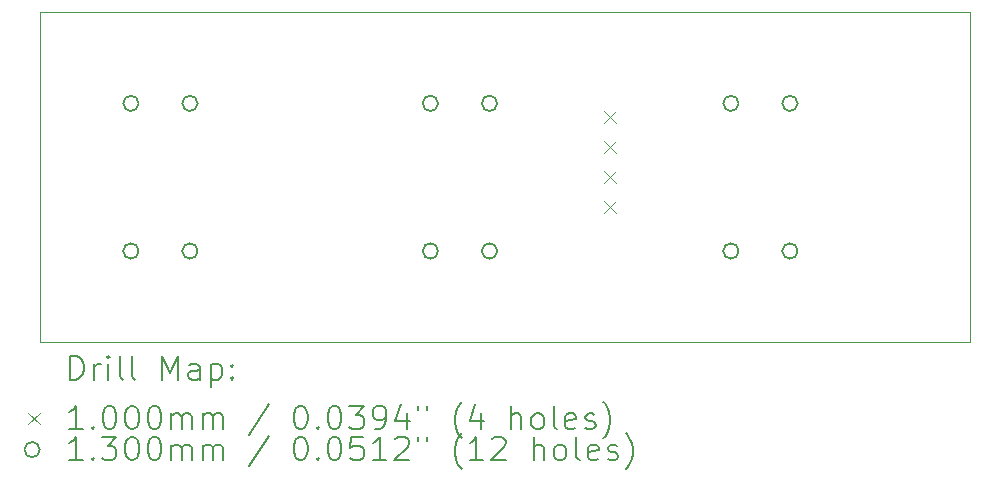
<source format=gbr>
%FSLAX45Y45*%
G04 Gerber Fmt 4.5, Leading zero omitted, Abs format (unit mm)*
G04 Created by KiCad (PCBNEW (6.0.2)) date 2022-03-25 16:37:05*
%MOMM*%
%LPD*%
G01*
G04 APERTURE LIST*
%TA.AperFunction,Profile*%
%ADD10C,0.100000*%
%TD*%
%ADD11C,0.200000*%
%ADD12C,0.100000*%
%ADD13C,0.130000*%
G04 APERTURE END LIST*
D10*
X11938000Y-6604000D02*
X19812000Y-6604000D01*
X19812000Y-6604000D02*
X19812000Y-9398000D01*
X19812000Y-9398000D02*
X11938000Y-9398000D01*
X11938000Y-9398000D02*
X11938000Y-6604000D01*
D11*
D12*
X16714000Y-7443000D02*
X16814000Y-7543000D01*
X16814000Y-7443000D02*
X16714000Y-7543000D01*
X16714000Y-7697000D02*
X16814000Y-7797000D01*
X16814000Y-7697000D02*
X16714000Y-7797000D01*
X16714000Y-7951000D02*
X16814000Y-8051000D01*
X16814000Y-7951000D02*
X16714000Y-8051000D01*
X16714000Y-8205000D02*
X16814000Y-8305000D01*
X16814000Y-8205000D02*
X16714000Y-8305000D01*
D13*
X12769000Y-7375000D02*
G75*
G03*
X12769000Y-7375000I-65000J0D01*
G01*
X12769000Y-8625000D02*
G75*
G03*
X12769000Y-8625000I-65000J0D01*
G01*
X13269000Y-7375000D02*
G75*
G03*
X13269000Y-7375000I-65000J0D01*
G01*
X13269000Y-8625000D02*
G75*
G03*
X13269000Y-8625000I-65000J0D01*
G01*
X15305000Y-7375000D02*
G75*
G03*
X15305000Y-7375000I-65000J0D01*
G01*
X15305000Y-8625000D02*
G75*
G03*
X15305000Y-8625000I-65000J0D01*
G01*
X15805000Y-7375000D02*
G75*
G03*
X15805000Y-7375000I-65000J0D01*
G01*
X15805000Y-8625000D02*
G75*
G03*
X15805000Y-8625000I-65000J0D01*
G01*
X17849000Y-7375000D02*
G75*
G03*
X17849000Y-7375000I-65000J0D01*
G01*
X17849000Y-8625000D02*
G75*
G03*
X17849000Y-8625000I-65000J0D01*
G01*
X18349000Y-7375000D02*
G75*
G03*
X18349000Y-7375000I-65000J0D01*
G01*
X18349000Y-8625000D02*
G75*
G03*
X18349000Y-8625000I-65000J0D01*
G01*
D11*
X12190619Y-9713476D02*
X12190619Y-9513476D01*
X12238238Y-9513476D01*
X12266809Y-9523000D01*
X12285857Y-9542048D01*
X12295381Y-9561095D01*
X12304905Y-9599190D01*
X12304905Y-9627762D01*
X12295381Y-9665857D01*
X12285857Y-9684905D01*
X12266809Y-9703952D01*
X12238238Y-9713476D01*
X12190619Y-9713476D01*
X12390619Y-9713476D02*
X12390619Y-9580143D01*
X12390619Y-9618238D02*
X12400143Y-9599190D01*
X12409667Y-9589667D01*
X12428714Y-9580143D01*
X12447762Y-9580143D01*
X12514428Y-9713476D02*
X12514428Y-9580143D01*
X12514428Y-9513476D02*
X12504905Y-9523000D01*
X12514428Y-9532524D01*
X12523952Y-9523000D01*
X12514428Y-9513476D01*
X12514428Y-9532524D01*
X12638238Y-9713476D02*
X12619190Y-9703952D01*
X12609667Y-9684905D01*
X12609667Y-9513476D01*
X12743000Y-9713476D02*
X12723952Y-9703952D01*
X12714428Y-9684905D01*
X12714428Y-9513476D01*
X12971571Y-9713476D02*
X12971571Y-9513476D01*
X13038238Y-9656333D01*
X13104905Y-9513476D01*
X13104905Y-9713476D01*
X13285857Y-9713476D02*
X13285857Y-9608714D01*
X13276333Y-9589667D01*
X13257286Y-9580143D01*
X13219190Y-9580143D01*
X13200143Y-9589667D01*
X13285857Y-9703952D02*
X13266809Y-9713476D01*
X13219190Y-9713476D01*
X13200143Y-9703952D01*
X13190619Y-9684905D01*
X13190619Y-9665857D01*
X13200143Y-9646810D01*
X13219190Y-9637286D01*
X13266809Y-9637286D01*
X13285857Y-9627762D01*
X13381095Y-9580143D02*
X13381095Y-9780143D01*
X13381095Y-9589667D02*
X13400143Y-9580143D01*
X13438238Y-9580143D01*
X13457286Y-9589667D01*
X13466809Y-9599190D01*
X13476333Y-9618238D01*
X13476333Y-9675381D01*
X13466809Y-9694429D01*
X13457286Y-9703952D01*
X13438238Y-9713476D01*
X13400143Y-9713476D01*
X13381095Y-9703952D01*
X13562048Y-9694429D02*
X13571571Y-9703952D01*
X13562048Y-9713476D01*
X13552524Y-9703952D01*
X13562048Y-9694429D01*
X13562048Y-9713476D01*
X13562048Y-9589667D02*
X13571571Y-9599190D01*
X13562048Y-9608714D01*
X13552524Y-9599190D01*
X13562048Y-9589667D01*
X13562048Y-9608714D01*
D12*
X11833000Y-9993000D02*
X11933000Y-10093000D01*
X11933000Y-9993000D02*
X11833000Y-10093000D01*
D11*
X12295381Y-10133476D02*
X12181095Y-10133476D01*
X12238238Y-10133476D02*
X12238238Y-9933476D01*
X12219190Y-9962048D01*
X12200143Y-9981095D01*
X12181095Y-9990619D01*
X12381095Y-10114429D02*
X12390619Y-10123952D01*
X12381095Y-10133476D01*
X12371571Y-10123952D01*
X12381095Y-10114429D01*
X12381095Y-10133476D01*
X12514428Y-9933476D02*
X12533476Y-9933476D01*
X12552524Y-9943000D01*
X12562048Y-9952524D01*
X12571571Y-9971571D01*
X12581095Y-10009667D01*
X12581095Y-10057286D01*
X12571571Y-10095381D01*
X12562048Y-10114429D01*
X12552524Y-10123952D01*
X12533476Y-10133476D01*
X12514428Y-10133476D01*
X12495381Y-10123952D01*
X12485857Y-10114429D01*
X12476333Y-10095381D01*
X12466809Y-10057286D01*
X12466809Y-10009667D01*
X12476333Y-9971571D01*
X12485857Y-9952524D01*
X12495381Y-9943000D01*
X12514428Y-9933476D01*
X12704905Y-9933476D02*
X12723952Y-9933476D01*
X12743000Y-9943000D01*
X12752524Y-9952524D01*
X12762048Y-9971571D01*
X12771571Y-10009667D01*
X12771571Y-10057286D01*
X12762048Y-10095381D01*
X12752524Y-10114429D01*
X12743000Y-10123952D01*
X12723952Y-10133476D01*
X12704905Y-10133476D01*
X12685857Y-10123952D01*
X12676333Y-10114429D01*
X12666809Y-10095381D01*
X12657286Y-10057286D01*
X12657286Y-10009667D01*
X12666809Y-9971571D01*
X12676333Y-9952524D01*
X12685857Y-9943000D01*
X12704905Y-9933476D01*
X12895381Y-9933476D02*
X12914428Y-9933476D01*
X12933476Y-9943000D01*
X12943000Y-9952524D01*
X12952524Y-9971571D01*
X12962048Y-10009667D01*
X12962048Y-10057286D01*
X12952524Y-10095381D01*
X12943000Y-10114429D01*
X12933476Y-10123952D01*
X12914428Y-10133476D01*
X12895381Y-10133476D01*
X12876333Y-10123952D01*
X12866809Y-10114429D01*
X12857286Y-10095381D01*
X12847762Y-10057286D01*
X12847762Y-10009667D01*
X12857286Y-9971571D01*
X12866809Y-9952524D01*
X12876333Y-9943000D01*
X12895381Y-9933476D01*
X13047762Y-10133476D02*
X13047762Y-10000143D01*
X13047762Y-10019190D02*
X13057286Y-10009667D01*
X13076333Y-10000143D01*
X13104905Y-10000143D01*
X13123952Y-10009667D01*
X13133476Y-10028714D01*
X13133476Y-10133476D01*
X13133476Y-10028714D02*
X13143000Y-10009667D01*
X13162048Y-10000143D01*
X13190619Y-10000143D01*
X13209667Y-10009667D01*
X13219190Y-10028714D01*
X13219190Y-10133476D01*
X13314428Y-10133476D02*
X13314428Y-10000143D01*
X13314428Y-10019190D02*
X13323952Y-10009667D01*
X13343000Y-10000143D01*
X13371571Y-10000143D01*
X13390619Y-10009667D01*
X13400143Y-10028714D01*
X13400143Y-10133476D01*
X13400143Y-10028714D02*
X13409667Y-10009667D01*
X13428714Y-10000143D01*
X13457286Y-10000143D01*
X13476333Y-10009667D01*
X13485857Y-10028714D01*
X13485857Y-10133476D01*
X13876333Y-9923952D02*
X13704905Y-10181095D01*
X14133476Y-9933476D02*
X14152524Y-9933476D01*
X14171571Y-9943000D01*
X14181095Y-9952524D01*
X14190619Y-9971571D01*
X14200143Y-10009667D01*
X14200143Y-10057286D01*
X14190619Y-10095381D01*
X14181095Y-10114429D01*
X14171571Y-10123952D01*
X14152524Y-10133476D01*
X14133476Y-10133476D01*
X14114428Y-10123952D01*
X14104905Y-10114429D01*
X14095381Y-10095381D01*
X14085857Y-10057286D01*
X14085857Y-10009667D01*
X14095381Y-9971571D01*
X14104905Y-9952524D01*
X14114428Y-9943000D01*
X14133476Y-9933476D01*
X14285857Y-10114429D02*
X14295381Y-10123952D01*
X14285857Y-10133476D01*
X14276333Y-10123952D01*
X14285857Y-10114429D01*
X14285857Y-10133476D01*
X14419190Y-9933476D02*
X14438238Y-9933476D01*
X14457286Y-9943000D01*
X14466809Y-9952524D01*
X14476333Y-9971571D01*
X14485857Y-10009667D01*
X14485857Y-10057286D01*
X14476333Y-10095381D01*
X14466809Y-10114429D01*
X14457286Y-10123952D01*
X14438238Y-10133476D01*
X14419190Y-10133476D01*
X14400143Y-10123952D01*
X14390619Y-10114429D01*
X14381095Y-10095381D01*
X14371571Y-10057286D01*
X14371571Y-10009667D01*
X14381095Y-9971571D01*
X14390619Y-9952524D01*
X14400143Y-9943000D01*
X14419190Y-9933476D01*
X14552524Y-9933476D02*
X14676333Y-9933476D01*
X14609667Y-10009667D01*
X14638238Y-10009667D01*
X14657286Y-10019190D01*
X14666809Y-10028714D01*
X14676333Y-10047762D01*
X14676333Y-10095381D01*
X14666809Y-10114429D01*
X14657286Y-10123952D01*
X14638238Y-10133476D01*
X14581095Y-10133476D01*
X14562048Y-10123952D01*
X14552524Y-10114429D01*
X14771571Y-10133476D02*
X14809667Y-10133476D01*
X14828714Y-10123952D01*
X14838238Y-10114429D01*
X14857286Y-10085857D01*
X14866809Y-10047762D01*
X14866809Y-9971571D01*
X14857286Y-9952524D01*
X14847762Y-9943000D01*
X14828714Y-9933476D01*
X14790619Y-9933476D01*
X14771571Y-9943000D01*
X14762048Y-9952524D01*
X14752524Y-9971571D01*
X14752524Y-10019190D01*
X14762048Y-10038238D01*
X14771571Y-10047762D01*
X14790619Y-10057286D01*
X14828714Y-10057286D01*
X14847762Y-10047762D01*
X14857286Y-10038238D01*
X14866809Y-10019190D01*
X15038238Y-10000143D02*
X15038238Y-10133476D01*
X14990619Y-9923952D02*
X14943000Y-10066810D01*
X15066809Y-10066810D01*
X15133476Y-9933476D02*
X15133476Y-9971571D01*
X15209667Y-9933476D02*
X15209667Y-9971571D01*
X15504905Y-10209667D02*
X15495381Y-10200143D01*
X15476333Y-10171571D01*
X15466809Y-10152524D01*
X15457286Y-10123952D01*
X15447762Y-10076333D01*
X15447762Y-10038238D01*
X15457286Y-9990619D01*
X15466809Y-9962048D01*
X15476333Y-9943000D01*
X15495381Y-9914429D01*
X15504905Y-9904905D01*
X15666809Y-10000143D02*
X15666809Y-10133476D01*
X15619190Y-9923952D02*
X15571571Y-10066810D01*
X15695381Y-10066810D01*
X15923952Y-10133476D02*
X15923952Y-9933476D01*
X16009667Y-10133476D02*
X16009667Y-10028714D01*
X16000143Y-10009667D01*
X15981095Y-10000143D01*
X15952524Y-10000143D01*
X15933476Y-10009667D01*
X15923952Y-10019190D01*
X16133476Y-10133476D02*
X16114428Y-10123952D01*
X16104905Y-10114429D01*
X16095381Y-10095381D01*
X16095381Y-10038238D01*
X16104905Y-10019190D01*
X16114428Y-10009667D01*
X16133476Y-10000143D01*
X16162048Y-10000143D01*
X16181095Y-10009667D01*
X16190619Y-10019190D01*
X16200143Y-10038238D01*
X16200143Y-10095381D01*
X16190619Y-10114429D01*
X16181095Y-10123952D01*
X16162048Y-10133476D01*
X16133476Y-10133476D01*
X16314428Y-10133476D02*
X16295381Y-10123952D01*
X16285857Y-10104905D01*
X16285857Y-9933476D01*
X16466809Y-10123952D02*
X16447762Y-10133476D01*
X16409667Y-10133476D01*
X16390619Y-10123952D01*
X16381095Y-10104905D01*
X16381095Y-10028714D01*
X16390619Y-10009667D01*
X16409667Y-10000143D01*
X16447762Y-10000143D01*
X16466809Y-10009667D01*
X16476333Y-10028714D01*
X16476333Y-10047762D01*
X16381095Y-10066810D01*
X16552524Y-10123952D02*
X16571571Y-10133476D01*
X16609667Y-10133476D01*
X16628714Y-10123952D01*
X16638238Y-10104905D01*
X16638238Y-10095381D01*
X16628714Y-10076333D01*
X16609667Y-10066810D01*
X16581095Y-10066810D01*
X16562048Y-10057286D01*
X16552524Y-10038238D01*
X16552524Y-10028714D01*
X16562048Y-10009667D01*
X16581095Y-10000143D01*
X16609667Y-10000143D01*
X16628714Y-10009667D01*
X16704905Y-10209667D02*
X16714428Y-10200143D01*
X16733476Y-10171571D01*
X16743000Y-10152524D01*
X16752524Y-10123952D01*
X16762048Y-10076333D01*
X16762048Y-10038238D01*
X16752524Y-9990619D01*
X16743000Y-9962048D01*
X16733476Y-9943000D01*
X16714428Y-9914429D01*
X16704905Y-9904905D01*
D13*
X11933000Y-10307000D02*
G75*
G03*
X11933000Y-10307000I-65000J0D01*
G01*
D11*
X12295381Y-10397476D02*
X12181095Y-10397476D01*
X12238238Y-10397476D02*
X12238238Y-10197476D01*
X12219190Y-10226048D01*
X12200143Y-10245095D01*
X12181095Y-10254619D01*
X12381095Y-10378429D02*
X12390619Y-10387952D01*
X12381095Y-10397476D01*
X12371571Y-10387952D01*
X12381095Y-10378429D01*
X12381095Y-10397476D01*
X12457286Y-10197476D02*
X12581095Y-10197476D01*
X12514428Y-10273667D01*
X12543000Y-10273667D01*
X12562048Y-10283190D01*
X12571571Y-10292714D01*
X12581095Y-10311762D01*
X12581095Y-10359381D01*
X12571571Y-10378429D01*
X12562048Y-10387952D01*
X12543000Y-10397476D01*
X12485857Y-10397476D01*
X12466809Y-10387952D01*
X12457286Y-10378429D01*
X12704905Y-10197476D02*
X12723952Y-10197476D01*
X12743000Y-10207000D01*
X12752524Y-10216524D01*
X12762048Y-10235571D01*
X12771571Y-10273667D01*
X12771571Y-10321286D01*
X12762048Y-10359381D01*
X12752524Y-10378429D01*
X12743000Y-10387952D01*
X12723952Y-10397476D01*
X12704905Y-10397476D01*
X12685857Y-10387952D01*
X12676333Y-10378429D01*
X12666809Y-10359381D01*
X12657286Y-10321286D01*
X12657286Y-10273667D01*
X12666809Y-10235571D01*
X12676333Y-10216524D01*
X12685857Y-10207000D01*
X12704905Y-10197476D01*
X12895381Y-10197476D02*
X12914428Y-10197476D01*
X12933476Y-10207000D01*
X12943000Y-10216524D01*
X12952524Y-10235571D01*
X12962048Y-10273667D01*
X12962048Y-10321286D01*
X12952524Y-10359381D01*
X12943000Y-10378429D01*
X12933476Y-10387952D01*
X12914428Y-10397476D01*
X12895381Y-10397476D01*
X12876333Y-10387952D01*
X12866809Y-10378429D01*
X12857286Y-10359381D01*
X12847762Y-10321286D01*
X12847762Y-10273667D01*
X12857286Y-10235571D01*
X12866809Y-10216524D01*
X12876333Y-10207000D01*
X12895381Y-10197476D01*
X13047762Y-10397476D02*
X13047762Y-10264143D01*
X13047762Y-10283190D02*
X13057286Y-10273667D01*
X13076333Y-10264143D01*
X13104905Y-10264143D01*
X13123952Y-10273667D01*
X13133476Y-10292714D01*
X13133476Y-10397476D01*
X13133476Y-10292714D02*
X13143000Y-10273667D01*
X13162048Y-10264143D01*
X13190619Y-10264143D01*
X13209667Y-10273667D01*
X13219190Y-10292714D01*
X13219190Y-10397476D01*
X13314428Y-10397476D02*
X13314428Y-10264143D01*
X13314428Y-10283190D02*
X13323952Y-10273667D01*
X13343000Y-10264143D01*
X13371571Y-10264143D01*
X13390619Y-10273667D01*
X13400143Y-10292714D01*
X13400143Y-10397476D01*
X13400143Y-10292714D02*
X13409667Y-10273667D01*
X13428714Y-10264143D01*
X13457286Y-10264143D01*
X13476333Y-10273667D01*
X13485857Y-10292714D01*
X13485857Y-10397476D01*
X13876333Y-10187952D02*
X13704905Y-10445095D01*
X14133476Y-10197476D02*
X14152524Y-10197476D01*
X14171571Y-10207000D01*
X14181095Y-10216524D01*
X14190619Y-10235571D01*
X14200143Y-10273667D01*
X14200143Y-10321286D01*
X14190619Y-10359381D01*
X14181095Y-10378429D01*
X14171571Y-10387952D01*
X14152524Y-10397476D01*
X14133476Y-10397476D01*
X14114428Y-10387952D01*
X14104905Y-10378429D01*
X14095381Y-10359381D01*
X14085857Y-10321286D01*
X14085857Y-10273667D01*
X14095381Y-10235571D01*
X14104905Y-10216524D01*
X14114428Y-10207000D01*
X14133476Y-10197476D01*
X14285857Y-10378429D02*
X14295381Y-10387952D01*
X14285857Y-10397476D01*
X14276333Y-10387952D01*
X14285857Y-10378429D01*
X14285857Y-10397476D01*
X14419190Y-10197476D02*
X14438238Y-10197476D01*
X14457286Y-10207000D01*
X14466809Y-10216524D01*
X14476333Y-10235571D01*
X14485857Y-10273667D01*
X14485857Y-10321286D01*
X14476333Y-10359381D01*
X14466809Y-10378429D01*
X14457286Y-10387952D01*
X14438238Y-10397476D01*
X14419190Y-10397476D01*
X14400143Y-10387952D01*
X14390619Y-10378429D01*
X14381095Y-10359381D01*
X14371571Y-10321286D01*
X14371571Y-10273667D01*
X14381095Y-10235571D01*
X14390619Y-10216524D01*
X14400143Y-10207000D01*
X14419190Y-10197476D01*
X14666809Y-10197476D02*
X14571571Y-10197476D01*
X14562048Y-10292714D01*
X14571571Y-10283190D01*
X14590619Y-10273667D01*
X14638238Y-10273667D01*
X14657286Y-10283190D01*
X14666809Y-10292714D01*
X14676333Y-10311762D01*
X14676333Y-10359381D01*
X14666809Y-10378429D01*
X14657286Y-10387952D01*
X14638238Y-10397476D01*
X14590619Y-10397476D01*
X14571571Y-10387952D01*
X14562048Y-10378429D01*
X14866809Y-10397476D02*
X14752524Y-10397476D01*
X14809667Y-10397476D02*
X14809667Y-10197476D01*
X14790619Y-10226048D01*
X14771571Y-10245095D01*
X14752524Y-10254619D01*
X14943000Y-10216524D02*
X14952524Y-10207000D01*
X14971571Y-10197476D01*
X15019190Y-10197476D01*
X15038238Y-10207000D01*
X15047762Y-10216524D01*
X15057286Y-10235571D01*
X15057286Y-10254619D01*
X15047762Y-10283190D01*
X14933476Y-10397476D01*
X15057286Y-10397476D01*
X15133476Y-10197476D02*
X15133476Y-10235571D01*
X15209667Y-10197476D02*
X15209667Y-10235571D01*
X15504905Y-10473667D02*
X15495381Y-10464143D01*
X15476333Y-10435571D01*
X15466809Y-10416524D01*
X15457286Y-10387952D01*
X15447762Y-10340333D01*
X15447762Y-10302238D01*
X15457286Y-10254619D01*
X15466809Y-10226048D01*
X15476333Y-10207000D01*
X15495381Y-10178429D01*
X15504905Y-10168905D01*
X15685857Y-10397476D02*
X15571571Y-10397476D01*
X15628714Y-10397476D02*
X15628714Y-10197476D01*
X15609667Y-10226048D01*
X15590619Y-10245095D01*
X15571571Y-10254619D01*
X15762048Y-10216524D02*
X15771571Y-10207000D01*
X15790619Y-10197476D01*
X15838238Y-10197476D01*
X15857286Y-10207000D01*
X15866809Y-10216524D01*
X15876333Y-10235571D01*
X15876333Y-10254619D01*
X15866809Y-10283190D01*
X15752524Y-10397476D01*
X15876333Y-10397476D01*
X16114428Y-10397476D02*
X16114428Y-10197476D01*
X16200143Y-10397476D02*
X16200143Y-10292714D01*
X16190619Y-10273667D01*
X16171571Y-10264143D01*
X16143000Y-10264143D01*
X16123952Y-10273667D01*
X16114428Y-10283190D01*
X16323952Y-10397476D02*
X16304905Y-10387952D01*
X16295381Y-10378429D01*
X16285857Y-10359381D01*
X16285857Y-10302238D01*
X16295381Y-10283190D01*
X16304905Y-10273667D01*
X16323952Y-10264143D01*
X16352524Y-10264143D01*
X16371571Y-10273667D01*
X16381095Y-10283190D01*
X16390619Y-10302238D01*
X16390619Y-10359381D01*
X16381095Y-10378429D01*
X16371571Y-10387952D01*
X16352524Y-10397476D01*
X16323952Y-10397476D01*
X16504905Y-10397476D02*
X16485857Y-10387952D01*
X16476333Y-10368905D01*
X16476333Y-10197476D01*
X16657286Y-10387952D02*
X16638238Y-10397476D01*
X16600143Y-10397476D01*
X16581095Y-10387952D01*
X16571571Y-10368905D01*
X16571571Y-10292714D01*
X16581095Y-10273667D01*
X16600143Y-10264143D01*
X16638238Y-10264143D01*
X16657286Y-10273667D01*
X16666809Y-10292714D01*
X16666809Y-10311762D01*
X16571571Y-10330810D01*
X16743000Y-10387952D02*
X16762048Y-10397476D01*
X16800143Y-10397476D01*
X16819190Y-10387952D01*
X16828714Y-10368905D01*
X16828714Y-10359381D01*
X16819190Y-10340333D01*
X16800143Y-10330810D01*
X16771571Y-10330810D01*
X16752524Y-10321286D01*
X16743000Y-10302238D01*
X16743000Y-10292714D01*
X16752524Y-10273667D01*
X16771571Y-10264143D01*
X16800143Y-10264143D01*
X16819190Y-10273667D01*
X16895381Y-10473667D02*
X16904905Y-10464143D01*
X16923952Y-10435571D01*
X16933476Y-10416524D01*
X16943000Y-10387952D01*
X16952524Y-10340333D01*
X16952524Y-10302238D01*
X16943000Y-10254619D01*
X16933476Y-10226048D01*
X16923952Y-10207000D01*
X16904905Y-10178429D01*
X16895381Y-10168905D01*
M02*

</source>
